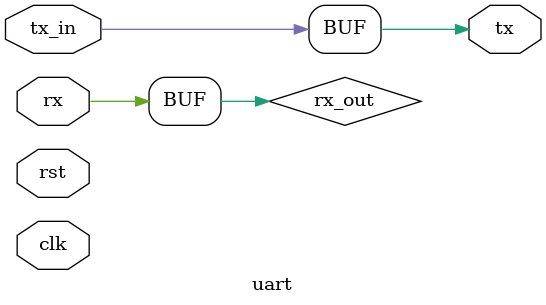
<source format=sv>
module uart #(
  	parameter DEPTH = 5
)
(
	input logic  clk,
	input logic  rx,
	input logic  rst,
  	input logic  tx_in,
	output logic tx,
  	//output logic [DEPTH-1:0]rx_out
 );
  	
    logic [2:0]count;
	typedef enum {IDLE, START, DATA,STOP} state_t;
	state_t pstate,nstate;
	
  	assign tx = tx_in;
  	assign rx_out = rx;
	always_comb 
		begin
	
		case(pstate)
	
		IDLE: 
		begin
	 		if(~rx) 
	 		begin
	 		    nstate = START;
	 		end
	 		
	 		else    
	 		begin
	 		    nstate = IDLE;
	 		end
		end
	
		START: 
		begin
			nstate = DATA;
		end
	
		DATA: 
		begin
			if(count==5) nstate = STOP;
			else         nstate = DATA;
		end
		STOP: if(rx)	     nstate = IDLE;
		      else 	         nstate = STOP;
		endcase
	end
		
	always_ff@(posedge clk) 
	begin
		if(pstate==IDLE | pstate == START) 
		begin
			count<=0;
		end	
	
		else
		begin
			count<=count+1;
		end
	end
	
	always_ff@(posedge clk or negedge rst) 
	begin
		if(!rst) 
		begin 
			pstate <= IDLE;
		end
		
		else
		begin
			pstate <= nstate;
		end
	end
endmodule


</source>
